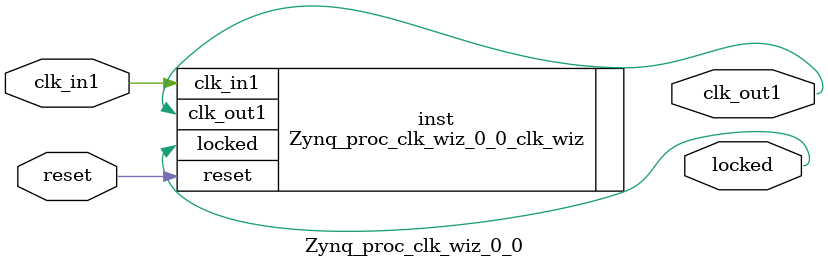
<source format=v>


`timescale 1ps/1ps

(* CORE_GENERATION_INFO = "Zynq_proc_clk_wiz_0_0,clk_wiz_v6_0_4_0_0,{component_name=Zynq_proc_clk_wiz_0_0,use_phase_alignment=true,use_min_o_jitter=false,use_max_i_jitter=false,use_dyn_phase_shift=false,use_inclk_switchover=false,use_dyn_reconfig=false,enable_axi=0,feedback_source=FDBK_AUTO,PRIMITIVE=MMCM,num_out_clk=1,clkin1_period=20.000,clkin2_period=10.0,use_power_down=false,use_reset=true,use_locked=true,use_inclk_stopped=false,feedback_type=SINGLE,CLOCK_MGR_TYPE=NA,manual_override=false}" *)

module Zynq_proc_clk_wiz_0_0 
 (
  // Clock out ports
  output        clk_out1,
  // Status and control signals
  input         reset,
  output        locked,
 // Clock in ports
  input         clk_in1
 );

  Zynq_proc_clk_wiz_0_0_clk_wiz inst
  (
  // Clock out ports  
  .clk_out1(clk_out1),
  // Status and control signals               
  .reset(reset), 
  .locked(locked),
 // Clock in ports
  .clk_in1(clk_in1)
  );

endmodule

</source>
